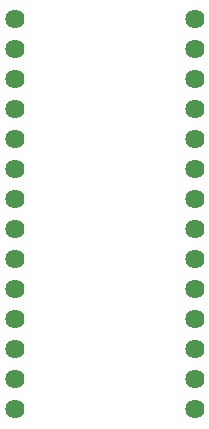
<source format=gbl>
G75*
%MOIN*%
%OFA0B0*%
%FSLAX25Y25*%
%IPPOS*%
%LPD*%
%AMOC8*
5,1,8,0,0,1.08239X$1,22.5*
%
%ADD10C,0.06400*%
D10*
X0011000Y0007984D03*
X0011000Y0017984D03*
X0011000Y0027984D03*
X0011000Y0037984D03*
X0011000Y0047984D03*
X0011000Y0057984D03*
X0011000Y0067984D03*
X0011000Y0077984D03*
X0011000Y0087984D03*
X0011000Y0097984D03*
X0011000Y0107984D03*
X0011000Y0117984D03*
X0011000Y0127984D03*
X0011000Y0137984D03*
X0071000Y0137984D03*
X0071000Y0127984D03*
X0071000Y0117984D03*
X0071000Y0107984D03*
X0071000Y0097984D03*
X0071000Y0087984D03*
X0071000Y0077984D03*
X0071000Y0067984D03*
X0071000Y0057984D03*
X0071000Y0047984D03*
X0071000Y0037984D03*
X0071000Y0027984D03*
X0071000Y0017984D03*
X0071000Y0007984D03*
M02*

</source>
